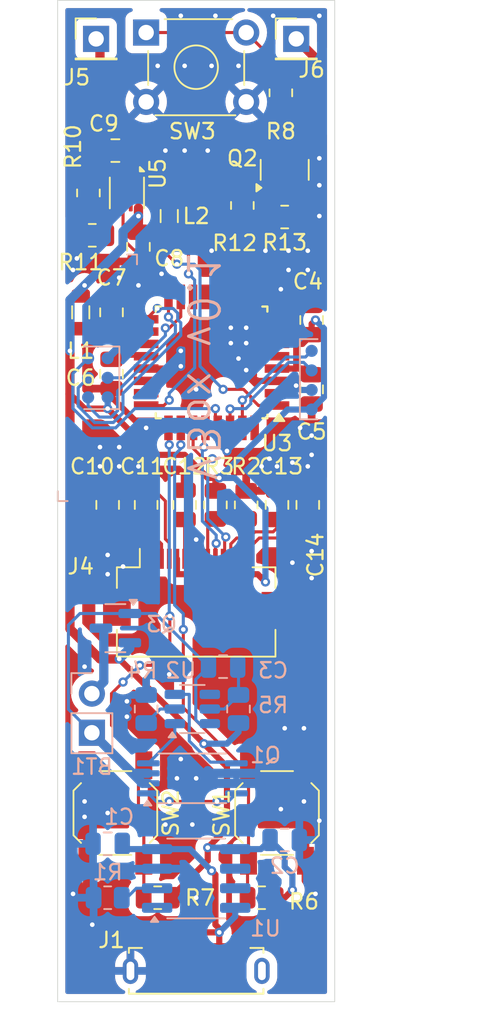
<source format=kicad_pcb>
(kicad_pcb
	(version 20240108)
	(generator "pcbnew")
	(generator_version "8.0")
	(general
		(thickness 1.6)
		(legacy_teardrops no)
	)
	(paper "A4")
	(layers
		(0 "F.Cu" signal)
		(31 "B.Cu" signal)
		(32 "B.Adhes" user "B.Adhesive")
		(33 "F.Adhes" user "F.Adhesive")
		(34 "B.Paste" user)
		(35 "F.Paste" user)
		(36 "B.SilkS" user "B.Silkscreen")
		(37 "F.SilkS" user "F.Silkscreen")
		(38 "B.Mask" user)
		(39 "F.Mask" user)
		(40 "Dwgs.User" user "User.Drawings")
		(41 "Cmts.User" user "User.Comments")
		(42 "Eco1.User" user "User.Eco1")
		(43 "Eco2.User" user "User.Eco2")
		(44 "Edge.Cuts" user)
		(45 "Margin" user)
		(46 "B.CrtYd" user "B.Courtyard")
		(47 "F.CrtYd" user "F.Courtyard")
		(48 "B.Fab" user)
		(49 "F.Fab" user)
		(50 "User.1" user)
		(51 "User.2" user)
		(52 "User.3" user)
		(53 "User.4" user)
		(54 "User.5" user)
		(55 "User.6" user)
		(56 "User.7" user)
		(57 "User.8" user)
		(58 "User.9" user)
	)
	(setup
		(pad_to_mask_clearance 0)
		(allow_soldermask_bridges_in_footprints no)
		(grid_origin 86.5 50)
		(pcbplotparams
			(layerselection 0x00010fc_ffffffff)
			(plot_on_all_layers_selection 0x0000000_00000000)
			(disableapertmacros no)
			(usegerberextensions no)
			(usegerberattributes yes)
			(usegerberadvancedattributes yes)
			(creategerberjobfile yes)
			(dashed_line_dash_ratio 12.000000)
			(dashed_line_gap_ratio 3.000000)
			(svgprecision 4)
			(plotframeref no)
			(viasonmask no)
			(mode 1)
			(useauxorigin no)
			(hpglpennumber 1)
			(hpglpenspeed 20)
			(hpglpendiameter 15.000000)
			(pdf_front_fp_property_popups yes)
			(pdf_back_fp_property_popups yes)
			(dxfpolygonmode yes)
			(dxfimperialunits yes)
			(dxfusepcbnewfont yes)
			(psnegative no)
			(psa4output no)
			(plotreference yes)
			(plotvalue yes)
			(plotfptext yes)
			(plotinvisibletext no)
			(sketchpadsonfab no)
			(subtractmaskfromsilk no)
			(outputformat 1)
			(mirror no)
			(drillshape 0)
			(scaleselection 1)
			(outputdirectory "./vbox-v0.1")
		)
	)
	(net 0 "")
	(net 1 "GND")
	(net 2 "+BATT")
	(net 3 "Net-(U2-VCC)")
	(net 4 "Net-(U3-AREF)")
	(net 5 "Net-(U3-AVCC)")
	(net 6 "unconnected-(J1-CC1-PadA5)")
	(net 7 "unconnected-(J1-CC2-PadB5)")
	(net 8 "RXD")
	(net 9 "TXD")
	(net 10 "MISO")
	(net 11 "RESET")
	(net 12 "SCK")
	(net 13 "MOSI")
	(net 14 "Net-(U5-SW)")
	(net 15 "Net-(U2-OD)")
	(net 16 "Net-(Q1-Pad1)")
	(net 17 "Net-(U2-OC)")
	(net 18 "Net-(Q2-G)")
	(net 19 "Net-(U1-PROG)")
	(net 20 "Net-(U2-CS)")
	(net 21 "moins")
	(net 22 "plus")
	(net 23 "fire")
	(net 24 "Net-(U5-FB)")
	(net 25 "PWM")
	(net 26 "unconnected-(U1-TEMP-Pad1)")
	(net 27 "unconnected-(U2-TD-Pad4)")
	(net 28 "unconnected-(U3-PD4-Pad2)")
	(net 29 "unconnected-(U3-PC0-Pad23)")
	(net 30 "unconnected-(U3-ADC7-Pad22)")
	(net 31 "ss")
	(net 32 "unconnected-(U3-PD2-Pad32)")
	(net 33 "unconnected-(U3-PD7-Pad11)")
	(net 34 "unconnected-(U3-XTAL2{slash}PB7-Pad8)")
	(net 35 "unconnected-(U3-PD6-Pad10)")
	(net 36 "unconnected-(U3-PB0-Pad12)")
	(net 37 "unconnected-(U3-XTAL1{slash}PB6-Pad7)")
	(net 38 "unconnected-(U3-ADC6-Pad19)")
	(net 39 "CE")
	(net 40 "BOOST_EN")
	(net 41 "unconnected-(U5-MODE-Pad6)")
	(net 42 "/GNDPWM")
	(net 43 "unconnected-(U1-~{CHRG}-Pad7)")
	(net 44 "unconnected-(U1-~{STDBY}-Pad6)")
	(net 45 "Net-(J4-Pin_1)")
	(net 46 "Net-(J4-Pin_2)")
	(net 47 "Net-(J4-Pin_3)")
	(net 48 "Net-(J4-Pin_4)")
	(net 49 "Net-(J4-Pin_6)")
	(net 50 "Net-(J4-Pin_13)")
	(net 51 "Net-(J4-Pin_14)")
	(net 52 "Net-(J4-Pin_9)")
	(net 53 "Net-(J4-Pin_12)")
	(net 54 "SDA")
	(net 55 "SCL")
	(net 56 "+USB5V")
	(net 57 "+BOOSTED5V")
	(net 58 "/-BT1")
	(net 59 "/+BT1")
	(footprint "Resistor_SMD:R_0805_2012Metric" (layer "F.Cu") (at 101 56 90))
	(footprint "Inductor_SMD:L_0805_2012Metric" (layer "F.Cu") (at 93.75 64 90))
	(footprint "Capacitor_SMD:C_0805_2012Metric" (layer "F.Cu") (at 103 75.25 -90))
	(footprint "Resistor_SMD:R_0805_2012Metric" (layer "F.Cu") (at 88.75 65.25 180))
	(footprint "Resistor_SMD:R_0805_2012Metric" (layer "F.Cu") (at 96.75 82.75 90))
	(footprint "Resistor_SMD:R_0805_2012Metric" (layer "F.Cu") (at 98.75 82.75 -90))
	(footprint "Package_TO_SOT_SMD:SOT-23" (layer "F.Cu") (at 101.25 61 90))
	(footprint "Resistor_SMD:R_0805_2012Metric" (layer "F.Cu") (at 99.75 108.25 180))
	(footprint "Resistor_SMD:R_0805_2012Metric" (layer "F.Cu") (at 88.5 62.5 -90))
	(footprint "Capacitor_SMD:C_0805_2012Metric" (layer "F.Cu") (at 100.75 82.75 -90))
	(footprint "Capacitor_SMD:C_0805_2012Metric" (layer "F.Cu") (at 92.25 82.75 -90))
	(footprint "Package_DFN_QFN:Texas_RWU0007A_VQFN-7_2x2mm_P0.5mm" (layer "F.Cu") (at 91 62.5 -90))
	(footprint "Button_Switch_SMD:SW_SPST_SKQG_WithStem" (layer "F.Cu") (at 100.75 102.75 90))
	(footprint "Capacitor_SMD:C_0805_2012Metric" (layer "F.Cu") (at 90 74.25 -90))
	(footprint "Connector_FFC-FPC:Hirose_FH12-14S-0.5SH_1x14-1MP_P0.50mm_Horizontal" (layer "F.Cu") (at 95.5 88.1))
	(footprint "Capacitor_SMD:C_0805_2012Metric" (layer "F.Cu") (at 94.75 82.75 -90))
	(footprint "Button_Switch_THT:SW_TH_Tactile_Omron_B3F-10xx" (layer "F.Cu") (at 92.25 52.0875))
	(footprint "Resistor_SMD:R_0805_2012Metric" (layer "F.Cu") (at 98.5 63.3125 -90))
	(footprint "Capacitor_SMD:C_0805_2012Metric" (layer "F.Cu") (at 90 70.25 90))
	(footprint "Package_QFP:TQFP-32_7x7mm_P0.8mm" (layer "F.Cu") (at 96.5 73.5 180))
	(footprint "Connector_PinHeader_2.54mm:PinHeader_1x01_P2.54mm_Vertical" (layer "F.Cu") (at 89 52.5))
	(footprint "Capacitor_SMD:C_0805_2012Metric" (layer "F.Cu") (at 102.75 82.75 -90))
	(footprint "Button_Switch_SMD:SW_SPST_SKQG_WithoutStem" (layer "F.Cu") (at 90.25 102.75 -90))
	(footprint "Capacitor_SMD:C_0805_2012Metric" (layer "F.Cu") (at 90.25 59.75))
	(footprint "My_footprint:CUI_UJC-VP-3-SMT-TR" (layer "F.Cu") (at 95.5 113))
	(footprint "Inductor_SMD:L_0805_2012Metric" (layer "F.Cu") (at 88 70.25 -90))
	(footprint "Connector_PinHeader_2.54mm:PinHeader_1x01_P2.54mm_Vertical" (layer "F.Cu") (at 102 52.5))
	(footprint "Capacitor_SMD:C_0805_2012Metric" (layer "F.Cu") (at 91.75 66 -90))
	(footprint "Resistor_SMD:R_0805_2012Metric" (layer "F.Cu") (at 101.25 64.0625 180))
	(footprint "Capacitor_SMD:C_0805_2012Metric" (layer "F.Cu") (at 89.75 82.75 -90))
	(footprint "Capacitor_SMD:C_0805_2012Metric" (layer "F.Cu") (at 103 70.75 90))
	(footprint "Resistor_SMD:R_0805_2012Metric" (layer "F.Cu") (at 93 108.25 180))
	(footprint "Package_SO:SOP-8_3.76x4.96mm_P1.27mm" (layer "B.Cu") (at 95.5 107))
	(footprint "Package_TO_SOT_SMD:SOT-23-6" (layer "B.Cu") (at 95.25 96))
	(footprint "Capacitor_SMD:C_0805_2012Metric" (layer "B.Cu") (at 97.25 93.25 180))
	(footprint "Package_TO_SOT_SMD:SOT-23"
		(layer "B.Cu")
		(uuid "6766fb26-b822-47bc-8e9c-62fc3c8d12b3")
		(at 90.25 90.75 180)
		(descr "SOT, 3 Pin (https://www.jedec.org/system/files/docs/to-236h.pdf variant AB), generated with kicad-footprint-generator ipc_gullwing_generator.py")
		(tags "SOT TO_SOT_SMD")
		(property "Reference" "Q3"
			(at -3 0.25 0)
			(layer "B.SilkS")
			(uuid "c952a16d-97a8-4791-a828-dd8f4447f80a")
			(effects
				(font
					(size 1 1)
					(thickness 0.15)
				)
				(justify mirror)
			)
		)
		(property "Value" "AO3401A"
			(at 0 -2.4 0)
			(layer "B.Fab")
			(uuid "43c8c4c5-7022-4687-af73-f407c04c6b2b")
			(effects
				(font
					(size 1 1)
					(thickness 0.15)
				)
				(justify mirror)
			)
		)
		(property "Footprint" "Package_TO_SOT_SMD:SOT-23"
			(at 0 0 0)
			(unlocked yes)
			(layer "B.Fab")
			(hide yes)
			(uuid "da17063d-f925-4615-9abc-ce36a75fec7b")
			(effects
				(font
					(size 1.27 1.27)
					(thickness 0.15)
				)
				(justify mirror)
			)
		)
		(property "Datasheet" "http://www.aosmd.com/pdfs/datasheet/AO3401A.pdf"
			(at 0 0 0)
			(unlocked yes)
			(layer "B.Fab")
			(hide yes)
			(uuid "9bf8b1db-63c7-4650-bc66-5dbf4b405a11")
			(effects
				(font
					(size 1.27 1.27)
					(thickness 0.15)
				)
				(justify mirror)
			)
		)
		(property "Description" "-4.0A Id, -30V Vds, P-Channel MOSFET, SOT-23"
			(at 0 0 0)
			(unlocked yes)
			(layer "B.Fab")
			(hide yes)
			(uuid "86004a2e-7b31-4ab9-92ea-51478bc4d229")
			(effects
				(font
					(size 1.27 1.27)
					(thickness 0.15)
				)
				(justify mirror)
			)
		)
		(property ki_fp_filters "SOT?23*")
		(path "/daa5abd6-f061-422a-9f84-fcfbb9a59b5d")
		(sheetname "Root")
		(sheetfile "boxmod.kicad_sch")
		(attr smd)
		(fp_line
			(start 0.65 1.56)
			(end 0 1.56)
			(stroke
				(width 0.12)
				(type solid)
			)
			(layer "B.SilkS")
			(uuid "44ff3c61-933f-4f47-a777-028da0001a9c")
		)
		(fp_line
			(start 0.65 -1.56)
			(end 0 -1.56)
			(stroke
				(width 0.12)
				(type solid)
			)
			(layer "B.SilkS")
			(uuid "e99bfb93-09c9-4f5e-b7fd-265d4babee23")
		)
		(fp_line
			(start -0.65 1.56)
			(end 0 1.56)
			(stroke
				(width 0.12)
				(type solid)
			)
			(layer "B.SilkS")
			(uuid "9f3a035e-e9a3-4330-aa61-2758bc4557f6")
		)
		(fp_line
			(start -0.65 -1.56)
			(end 0 -1.56)
			(stroke
				(width 0.12)
				(type solid)
			)
			(layer "B.SilkS")
			(uuid "c2631eda-7ded-463b-9081-4d9f5cb1932c")
		)
		(fp_poly
			(pts
				(xy -1.1625 1.51) (xy -1.4025 1.84) (xy -0.9225 1.84) (xy -1.1625 1.51)
			)
			(stroke
				(width 0.12)
				(type solid)
			)
			(fill solid)
			(layer "B.SilkS")
			(uuid "345c4f74-6370-4709-8b15-33e1270a05dd")
		)
		(fp_line
			(start 1.92 1.7)
			(end 1.92 -1.7)
			(stroke
				(width 0.05)
				(type solid)
			)
			(layer "B.CrtYd")
			(uuid "0a9e3e58-8f5b-4f98-826d-79cb54798aa7")
		)
		(fp_line
			(start 1.92 -1.7)
			(end -1.92 -1.7)
			(stroke
				(width 0.05)
				(type solid)
			)
			(layer "B.CrtYd")
			(uuid "18523095-6e03-47f2-b09d-df6e218061d5")
		)
		(fp_line
			(start -1.92 1.7)
			(end 1.92 1.7)
			(stroke
				(width 0.05)
				(type solid)
			)
			(layer "B.CrtYd")
			(uuid "c0c23206-686d-467d-9b03-852259afd475")
		)
		(fp_line
			(start -1.92 -1.7)
			(end -1.92 1.7)
			(stroke
				(width 0.05)
				(type solid)
			)
			(layer "B.CrtYd")
			(uuid "c00e4bdf-182c-4c80-a372-36328cd068c8")
		)
		(fp_line
			(start 0.65 1.45)
			(end -0.325 1.45)
			(stroke
				(width 0.1)
				(type solid)
			)
			(layer "B.Fab")
			(uuid "8cecf1b0-9eec-4823-a3ed-fa2582dcf891")
		)
		(fp_line
			(start 0.65 -1.45)
			(end 0.65 1.45)
			(stroke
				(width 0.1)
				(type solid)
			)
			(layer "B.Fab")
			(uuid "c77c9fc1-59a2-4cb3-a06c-9cd8a36d3903")
		)
		(fp_line
			(start -0.325 1.45)
			(end -0.65 1.125)
			(stroke
				(width 0.1)
				(type solid)
			)
			(layer "B.Fab")
			(uuid "288c34ee-9f1b-4fc6-a479-20bb034a1a68")
		)
		(fp_line
			(start -0.65 1.125)
			(end -0.65 -1.45)
			(stroke
				(width 0.1)
				(type solid)
			)
			(layer "B.Fab")
			(uuid "47ebcd71-5fb0-4656-9e90-cb15834be69b")
		)
		(fp_line
			(start -0.65 -1.45)
			(end 0.65 -1.45)
			(stroke
				(width 0.1)
				(type solid)
			)
			(layer "B.Fab")
			(uuid "57ab750d-33a6-4581-a2cb-d3df0870e249")
		)
		(fp_text user "${REFERENCE}"
			(at 0 0 0)
			(layer "B.Fab")
			(uuid "b35f5d7a-9c33-4cd8-8adc-d13237888839")
			(effects
				(font
					(size 0.32 0.32)
					(thickness 0.05)
				)
				(justify mirror)
			)
		)
		(pad "1" smd roundrect
	
... [263912 chars truncated]
</source>
